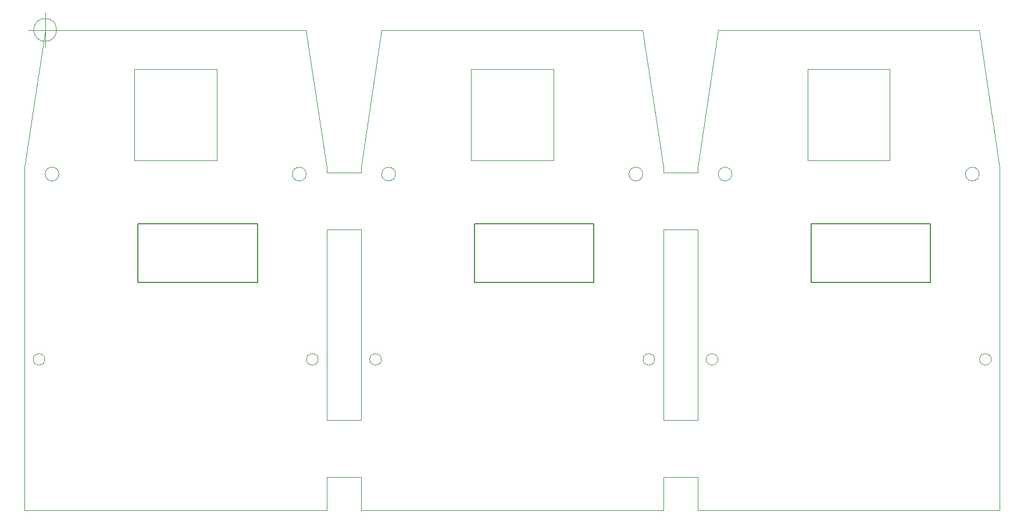
<source format=gbr>
%TF.GenerationSoftware,KiCad,Pcbnew,(5.1.6-0-10_14)*%
%TF.CreationDate,2020-11-03T23:38:41+01:00*%
%TF.ProjectId,panel_x3,70616e65-6c5f-4783-932e-6b696361645f,rev?*%
%TF.SameCoordinates,Original*%
%TF.FileFunction,Profile,NP*%
%FSLAX46Y46*%
G04 Gerber Fmt 4.6, Leading zero omitted, Abs format (unit mm)*
G04 Created by KiCad (PCBNEW (5.1.6-0-10_14)) date 2020-11-03 23:38:41*
%MOMM*%
%LPD*%
G01*
G04 APERTURE LIST*
%TA.AperFunction,Profile*%
%ADD10C,0.050000*%
%TD*%
%TA.AperFunction,Profile*%
%ADD11C,0.150000*%
%TD*%
G04 APERTURE END LIST*
D10*
X154000000Y-106811220D02*
X152700760Y-106811220D01*
X154000000Y-79111220D02*
X154000000Y-106811220D01*
X154000000Y-79111220D02*
X149000000Y-79111220D01*
X149000000Y-106811220D02*
X152700760Y-106811220D01*
X149000000Y-79111220D02*
X149000000Y-106811220D01*
X105000000Y-106811220D02*
X104500760Y-106811220D01*
X105000000Y-79111220D02*
X105000000Y-106811220D01*
X105000000Y-79111220D02*
X100000000Y-79111220D01*
X100000000Y-106811220D02*
X104500760Y-106811220D01*
X100000000Y-79111220D02*
X100000000Y-106811220D01*
X154000000Y-115111220D02*
X152000760Y-115111220D01*
X154000000Y-120000000D02*
X154000000Y-115111220D01*
X149000000Y-115111220D02*
X152000760Y-115111220D01*
X149000000Y-120000000D02*
X149000000Y-115111220D01*
X105000000Y-115111220D02*
X104300760Y-115111220D01*
X105000000Y-120000000D02*
X105000000Y-115111220D01*
X100000000Y-115111220D02*
X104300760Y-115111220D01*
X100000000Y-120000000D02*
X100000000Y-115111220D01*
X154000000Y-70811220D02*
X153300760Y-70811220D01*
X154000000Y-70000000D02*
X154000000Y-70811220D01*
X149000000Y-70811220D02*
X153300760Y-70811220D01*
X149000000Y-70000000D02*
X149000000Y-70811220D01*
X105000000Y-70000000D02*
X105000000Y-70811220D01*
X100000000Y-70811220D02*
X105000000Y-70811220D01*
X100000000Y-70000000D02*
X100000000Y-70811220D01*
X196750000Y-98000000D02*
G75*
G03*
X196750000Y-98000000I-850000J0D01*
G01*
X195000000Y-71000000D02*
G75*
G03*
X195000000Y-71000000I-1000000J0D01*
G01*
X198000000Y-120000000D02*
X154000000Y-120000000D01*
X198000000Y-70000000D02*
X198000000Y-120000000D01*
X156950000Y-98000000D02*
G75*
G03*
X156950000Y-98000000I-850000J0D01*
G01*
D11*
X187900000Y-86800000D02*
X170500000Y-86800000D01*
X170500000Y-86800000D02*
X170500000Y-78200000D01*
D10*
X170000000Y-55700000D02*
X182000000Y-55700000D01*
X170000000Y-69000000D02*
X170000000Y-55700000D01*
X170000000Y-69000000D02*
X182000000Y-69000000D01*
X159000000Y-71000000D02*
G75*
G03*
X159000000Y-71000000I-1000000J0D01*
G01*
D11*
X170500000Y-78200000D02*
X187900000Y-78200000D01*
X187900000Y-78200000D02*
X187900000Y-86800000D01*
D10*
X182000000Y-55700000D02*
X182000000Y-69000000D01*
X157000000Y-50000000D02*
X195000000Y-50000000D01*
X157000000Y-50000000D02*
X154000000Y-70000000D01*
X195000000Y-50000000D02*
X198000000Y-70000000D01*
X147750000Y-98000000D02*
G75*
G03*
X147750000Y-98000000I-850000J0D01*
G01*
X146000000Y-71000000D02*
G75*
G03*
X146000000Y-71000000I-1000000J0D01*
G01*
X149000000Y-120000000D02*
X105000000Y-120000000D01*
X107950000Y-98000000D02*
G75*
G03*
X107950000Y-98000000I-850000J0D01*
G01*
D11*
X138900000Y-86800000D02*
X121500000Y-86800000D01*
X121500000Y-86800000D02*
X121500000Y-78200000D01*
D10*
X121000000Y-55700000D02*
X133000000Y-55700000D01*
X121000000Y-69000000D02*
X121000000Y-55700000D01*
X121000000Y-69000000D02*
X133000000Y-69000000D01*
X110000000Y-71000000D02*
G75*
G03*
X110000000Y-71000000I-1000000J0D01*
G01*
D11*
X121500000Y-78200000D02*
X138900000Y-78200000D01*
X138900000Y-78200000D02*
X138900000Y-86800000D01*
D10*
X133000000Y-55700000D02*
X133000000Y-69000000D01*
X108000000Y-50000000D02*
X146000000Y-50000000D01*
X108000000Y-50000000D02*
X105000000Y-70000000D01*
X146000000Y-50000000D02*
X149000000Y-70000000D01*
X60666666Y-50000000D02*
G75*
G03*
X60666666Y-50000000I-1666666J0D01*
G01*
X56500000Y-50000000D02*
X61500000Y-50000000D01*
X59000000Y-47500000D02*
X59000000Y-52500000D01*
D11*
X89900000Y-86800000D02*
X72500000Y-86800000D01*
X89900000Y-78200000D02*
X89900000Y-86800000D01*
X72500000Y-78200000D02*
X89900000Y-78200000D01*
X72500000Y-86800000D02*
X72500000Y-78200000D01*
D10*
X61000000Y-71000000D02*
G75*
G03*
X61000000Y-71000000I-1000000J0D01*
G01*
X72000000Y-69000000D02*
X72000000Y-55700000D01*
X72000000Y-69000000D02*
X84000000Y-69000000D01*
X84000000Y-55700000D02*
X84000000Y-69000000D01*
X72000000Y-55700000D02*
X84000000Y-55700000D01*
X58950000Y-98000000D02*
G75*
G03*
X58950000Y-98000000I-850000J0D01*
G01*
X98750000Y-98000000D02*
G75*
G03*
X98750000Y-98000000I-850000J0D01*
G01*
X97000000Y-71000000D02*
G75*
G03*
X97000000Y-71000000I-1000000J0D01*
G01*
X100000000Y-120000000D02*
X56000000Y-120000000D01*
X56000000Y-70000000D02*
X56000000Y-120000000D01*
X97000000Y-50000000D02*
X100000000Y-70000000D01*
X59000000Y-50000000D02*
X56000000Y-70000000D01*
X59000000Y-50000000D02*
X97000000Y-50000000D01*
M02*

</source>
